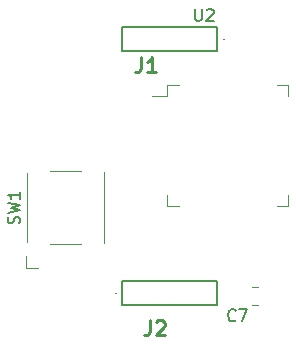
<source format=gbr>
G04 #@! TF.GenerationSoftware,KiCad,Pcbnew,7.0.8*
G04 #@! TF.CreationDate,2023-10-23T16:08:40-04:00*
G04 #@! TF.ProjectId,MCU+IMU,4d43552b-494d-4552-9e6b-696361645f70,rev?*
G04 #@! TF.SameCoordinates,Original*
G04 #@! TF.FileFunction,Legend,Top*
G04 #@! TF.FilePolarity,Positive*
%FSLAX46Y46*%
G04 Gerber Fmt 4.6, Leading zero omitted, Abs format (unit mm)*
G04 Created by KiCad (PCBNEW 7.0.8) date 2023-10-23 16:08:40*
%MOMM*%
%LPD*%
G01*
G04 APERTURE LIST*
%ADD10C,0.254000*%
%ADD11C,0.150000*%
%ADD12C,0.200000*%
%ADD13C,0.100000*%
%ADD14C,0.120000*%
G04 APERTURE END LIST*
D10*
X131076667Y-115804318D02*
X131076667Y-116711461D01*
X131076667Y-116711461D02*
X131016190Y-116892889D01*
X131016190Y-116892889D02*
X130895238Y-117013842D01*
X130895238Y-117013842D02*
X130713809Y-117074318D01*
X130713809Y-117074318D02*
X130592857Y-117074318D01*
X131620952Y-115925270D02*
X131681428Y-115864794D01*
X131681428Y-115864794D02*
X131802381Y-115804318D01*
X131802381Y-115804318D02*
X132104762Y-115804318D01*
X132104762Y-115804318D02*
X132225714Y-115864794D01*
X132225714Y-115864794D02*
X132286190Y-115925270D01*
X132286190Y-115925270D02*
X132346667Y-116046222D01*
X132346667Y-116046222D02*
X132346667Y-116167175D01*
X132346667Y-116167175D02*
X132286190Y-116348603D01*
X132286190Y-116348603D02*
X131560476Y-117074318D01*
X131560476Y-117074318D02*
X132346667Y-117074318D01*
D11*
X138333333Y-115789580D02*
X138285714Y-115837200D01*
X138285714Y-115837200D02*
X138142857Y-115884819D01*
X138142857Y-115884819D02*
X138047619Y-115884819D01*
X138047619Y-115884819D02*
X137904762Y-115837200D01*
X137904762Y-115837200D02*
X137809524Y-115741961D01*
X137809524Y-115741961D02*
X137761905Y-115646723D01*
X137761905Y-115646723D02*
X137714286Y-115456247D01*
X137714286Y-115456247D02*
X137714286Y-115313390D01*
X137714286Y-115313390D02*
X137761905Y-115122914D01*
X137761905Y-115122914D02*
X137809524Y-115027676D01*
X137809524Y-115027676D02*
X137904762Y-114932438D01*
X137904762Y-114932438D02*
X138047619Y-114884819D01*
X138047619Y-114884819D02*
X138142857Y-114884819D01*
X138142857Y-114884819D02*
X138285714Y-114932438D01*
X138285714Y-114932438D02*
X138333333Y-114980057D01*
X138666667Y-114884819D02*
X139333333Y-114884819D01*
X139333333Y-114884819D02*
X138904762Y-115884819D01*
X134898795Y-89465608D02*
X134898795Y-90275131D01*
X134898795Y-90275131D02*
X134946414Y-90370369D01*
X134946414Y-90370369D02*
X134994033Y-90417989D01*
X134994033Y-90417989D02*
X135089271Y-90465608D01*
X135089271Y-90465608D02*
X135279747Y-90465608D01*
X135279747Y-90465608D02*
X135374985Y-90417989D01*
X135374985Y-90417989D02*
X135422604Y-90370369D01*
X135422604Y-90370369D02*
X135470223Y-90275131D01*
X135470223Y-90275131D02*
X135470223Y-89465608D01*
X135898795Y-89560846D02*
X135946414Y-89513227D01*
X135946414Y-89513227D02*
X136041652Y-89465608D01*
X136041652Y-89465608D02*
X136279747Y-89465608D01*
X136279747Y-89465608D02*
X136374985Y-89513227D01*
X136374985Y-89513227D02*
X136422604Y-89560846D01*
X136422604Y-89560846D02*
X136470223Y-89656084D01*
X136470223Y-89656084D02*
X136470223Y-89751322D01*
X136470223Y-89751322D02*
X136422604Y-89894179D01*
X136422604Y-89894179D02*
X135851176Y-90465608D01*
X135851176Y-90465608D02*
X136470223Y-90465608D01*
D10*
X130326667Y-93554318D02*
X130326667Y-94461461D01*
X130326667Y-94461461D02*
X130266190Y-94642889D01*
X130266190Y-94642889D02*
X130145238Y-94763842D01*
X130145238Y-94763842D02*
X129963809Y-94824318D01*
X129963809Y-94824318D02*
X129842857Y-94824318D01*
X131596667Y-94824318D02*
X130870952Y-94824318D01*
X131233809Y-94824318D02*
X131233809Y-93554318D01*
X131233809Y-93554318D02*
X131112857Y-93735746D01*
X131112857Y-93735746D02*
X130991905Y-93856699D01*
X130991905Y-93856699D02*
X130870952Y-93917175D01*
D11*
X120017900Y-107594121D02*
X120065519Y-107451264D01*
X120065519Y-107451264D02*
X120065519Y-107213169D01*
X120065519Y-107213169D02*
X120017900Y-107117931D01*
X120017900Y-107117931D02*
X119970280Y-107070312D01*
X119970280Y-107070312D02*
X119875042Y-107022693D01*
X119875042Y-107022693D02*
X119779804Y-107022693D01*
X119779804Y-107022693D02*
X119684566Y-107070312D01*
X119684566Y-107070312D02*
X119636947Y-107117931D01*
X119636947Y-107117931D02*
X119589328Y-107213169D01*
X119589328Y-107213169D02*
X119541709Y-107403645D01*
X119541709Y-107403645D02*
X119494090Y-107498883D01*
X119494090Y-107498883D02*
X119446471Y-107546502D01*
X119446471Y-107546502D02*
X119351233Y-107594121D01*
X119351233Y-107594121D02*
X119255995Y-107594121D01*
X119255995Y-107594121D02*
X119160757Y-107546502D01*
X119160757Y-107546502D02*
X119113138Y-107498883D01*
X119113138Y-107498883D02*
X119065519Y-107403645D01*
X119065519Y-107403645D02*
X119065519Y-107165550D01*
X119065519Y-107165550D02*
X119113138Y-107022693D01*
X119065519Y-106689359D02*
X120065519Y-106451264D01*
X120065519Y-106451264D02*
X119351233Y-106260788D01*
X119351233Y-106260788D02*
X120065519Y-106070312D01*
X120065519Y-106070312D02*
X119065519Y-105832217D01*
X120065519Y-104927455D02*
X120065519Y-105498883D01*
X120065519Y-105213169D02*
X119065519Y-105213169D01*
X119065519Y-105213169D02*
X119208376Y-105308407D01*
X119208376Y-105308407D02*
X119303614Y-105403645D01*
X119303614Y-105403645D02*
X119351233Y-105498883D01*
D12*
G04 #@! TO.C,J2*
X136750000Y-114500000D02*
X128750000Y-114500000D01*
X136750000Y-112500000D02*
X136750000Y-114500000D01*
X128750000Y-114500000D02*
X128750000Y-112500000D01*
X128750000Y-112500000D02*
X136750000Y-112500000D01*
D13*
X128250000Y-113500000D02*
X128250000Y-113500000D01*
X128150000Y-113500000D02*
X128150000Y-113500000D01*
X128150000Y-113500000D02*
G75*
G03*
X128250000Y-113500000I50000J0D01*
G01*
X128250000Y-113500000D02*
G75*
G03*
X128150000Y-113500000I-50000J0D01*
G01*
D14*
G04 #@! TO.C,C7*
X140211252Y-114485000D02*
X139688748Y-114485000D01*
X140211252Y-113015000D02*
X139688748Y-113015000D01*
G04 #@! TO.C,U2*
X142785000Y-106110000D02*
X142785000Y-105160000D01*
X142785000Y-95890000D02*
X142785000Y-96840000D01*
X141835000Y-106110000D02*
X142785000Y-106110000D01*
X141835000Y-95890000D02*
X142785000Y-95890000D01*
X133515000Y-106110000D02*
X132565000Y-106110000D01*
X133515000Y-95890000D02*
X132565000Y-95890000D01*
X132565000Y-106110000D02*
X132565000Y-105160000D01*
X132565000Y-96840000D02*
X131225000Y-96840000D01*
X132565000Y-95890000D02*
X132565000Y-96840000D01*
D12*
G04 #@! TO.C,J1*
X128750000Y-91000000D02*
X136750000Y-91000000D01*
X128750000Y-93000000D02*
X128750000Y-91000000D01*
X136750000Y-91000000D02*
X136750000Y-93000000D01*
X136750000Y-93000000D02*
X128750000Y-93000000D01*
D13*
X137250000Y-92000000D02*
X137250000Y-92000000D01*
X137350000Y-92000000D02*
X137350000Y-92000000D01*
X137350000Y-92000000D02*
G75*
G03*
X137250000Y-92000000I-50000J0D01*
G01*
X137250000Y-92000000D02*
G75*
G03*
X137350000Y-92000000I50000J0D01*
G01*
D14*
G04 #@! TO.C,SW1*
X120610700Y-111360789D02*
X120610700Y-110360789D01*
X121610700Y-111360789D02*
X120610700Y-111360789D01*
X122610700Y-109360789D02*
X125210700Y-109360789D01*
X120660700Y-103360789D02*
X120660700Y-109160789D01*
X127160700Y-103260789D02*
X127160700Y-109260789D01*
X122610700Y-103160789D02*
X125210700Y-103160789D01*
G04 #@! TD*
M02*

</source>
